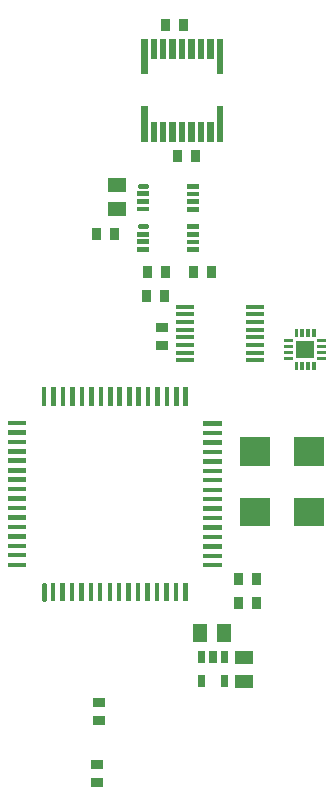
<source format=gbr>
G04 start of page 8 for group -4015 idx -4015
G04 Title: (unknown), toppaste *
G04 Creator: pcb 20080202 *
G04 CreationDate: Mon 07 Jul 2008 02:37:13 PM GMT UTC *
G04 For: sean *
G04 Format: Gerber/RS-274X *
G04 PCB-Dimensions: 130000 290000 *
G04 PCB-Coordinate-Origin: lower left *
%MOIN*%
%FSLAX24Y24*%
%LNFRONTPASTE*%
%ADD13C,0.0200*%
%ADD24R,0.0300X0.0300*%
%ADD25R,0.0945X0.0945*%
%ADD26R,0.0240X0.0240*%
%ADD27R,0.0450X0.0450*%
%ADD28R,0.0150X0.0150*%
%ADD29R,0.0110X0.0110*%
%ADD30R,0.0130X0.0130*%
%ADD31C,0.0150*%
%ADD32R,0.0216X0.0216*%
%ADD33R,0.0160X0.0160*%
%ADD34C,0.0160*%
G54D32*X6060Y25130D02*Y24165D01*
X6375Y24618D02*Y24165D01*
X6690Y24618D02*Y24165D01*
X7004Y24618D02*Y24165D01*
X7320Y24618D02*Y24165D01*
X7634Y24618D02*Y24165D01*
X7949Y24618D02*Y24165D01*
X8264Y24618D02*Y24165D01*
X8579Y25130D02*Y24165D01*
Y27393D02*Y26429D01*
X8264Y27393D02*Y26941D01*
X7949Y27393D02*Y26941D01*
X7634Y27393D02*Y26941D01*
X7320Y27393D02*Y26941D01*
X7004Y27393D02*Y26940D01*
X6690Y27393D02*Y26941D01*
X6375Y27393D02*Y26941D01*
X6060Y27393D02*Y26429D01*
G54D34*X5900Y22590D02*X6120D01*
G54D33*X5900Y22330D02*X6120D01*
X5900Y22080D02*X6120D01*
X5900Y21820D02*X6120D01*
X7570Y21810D02*X7790D01*
X7570Y22070D02*X7790D01*
X7570Y22320D02*X7790D01*
X7570Y22580D02*X7790D01*
G54D24*X7770Y23650D02*Y23550D01*
X7170Y23650D02*Y23550D01*
G54D30*X9521Y16774D02*X9981D01*
X9521Y17030D02*X9981D01*
X9521Y17286D02*X9981D01*
X9521Y17542D02*X9981D01*
X9521Y17797D02*X9981D01*
X9521Y18053D02*X9981D01*
X9521Y18309D02*X9981D01*
X9521Y18565D02*X9981D01*
X7198D02*X7658D01*
X7198Y18309D02*X7658D01*
X7198Y18053D02*X7658D01*
X7198Y17797D02*X7658D01*
X7198Y17542D02*X7658D01*
X7198Y17286D02*X7658D01*
X7198Y17030D02*X7658D01*
X7198Y16774D02*X7658D01*
G54D24*X6750Y19770D02*Y19670D01*
X6150Y19770D02*Y19670D01*
X4470Y21030D02*Y20930D01*
X5070Y21030D02*Y20930D01*
G54D27*X9320Y6870D02*X9460D01*
X9320Y6070D02*X9460D01*
G54D31*X2710Y9290D02*Y8830D01*
G54D28*X3020Y9290D02*Y8830D01*
X3330Y9290D02*Y8830D01*
X3650Y9290D02*Y8830D01*
X3960Y9290D02*Y8830D01*
X4280Y9290D02*Y8830D01*
X4590Y9290D02*Y8830D01*
X4910Y9290D02*Y8830D01*
X5220Y9290D02*Y8830D01*
X5540Y9290D02*Y8830D01*
X5850Y9290D02*Y8830D01*
X6170Y9290D02*Y8830D01*
X6480Y9290D02*Y8830D01*
X6800Y9290D02*Y8830D01*
X7110Y9290D02*Y8830D01*
X7430Y9290D02*Y8830D01*
X8100Y9950D02*X8560D01*
X8100Y10260D02*X8560D01*
X8100Y10570D02*X8560D01*
X8100Y10890D02*X8560D01*
X8100Y11200D02*X8560D01*
X8100Y11520D02*X8560D01*
X8100Y11830D02*X8560D01*
X8100Y12150D02*X8560D01*
X8100Y12460D02*X8560D01*
X8100Y12780D02*X8560D01*
X8100Y13090D02*X8560D01*
X8100Y13410D02*X8560D01*
X8100Y13720D02*X8560D01*
X8100Y14040D02*X8560D01*
X8100Y14350D02*X8560D01*
X8100Y14670D02*X8560D01*
X7440Y15800D02*Y15340D01*
X7130Y15800D02*Y15340D01*
X6820Y15800D02*Y15340D01*
X6500Y15800D02*Y15340D01*
X6190Y15800D02*Y15340D01*
X5870Y15800D02*Y15340D01*
X5560Y15800D02*Y15340D01*
X5240Y15800D02*Y15340D01*
X4930Y15800D02*Y15340D01*
X4610Y15800D02*Y15340D01*
X4300Y15800D02*Y15340D01*
X3980Y15800D02*Y15340D01*
X3670Y15800D02*Y15340D01*
X3350Y15800D02*Y15340D01*
X3040Y15800D02*Y15340D01*
X2720Y15800D02*Y15340D01*
X1590Y14680D02*X2050D01*
X1590Y14370D02*X2050D01*
X1590Y14060D02*X2050D01*
X1590Y13740D02*X2050D01*
X1590Y13430D02*X2050D01*
X1590Y13110D02*X2050D01*
X1590Y12800D02*X2050D01*
X1590Y12480D02*X2050D01*
X1590Y12170D02*X2050D01*
X1590Y11850D02*X2050D01*
X1590Y11540D02*X2050D01*
X1590Y11220D02*X2050D01*
X1590Y10910D02*X2050D01*
X1590Y10590D02*X2050D01*
X1590Y10280D02*X2050D01*
X1590Y9960D02*X2050D01*
G54D27*X8720Y7750D02*Y7610D01*
X7920Y7750D02*Y7610D01*
G54D26*X7960Y6980D02*Y6820D01*
X8350Y6980D02*Y6820D01*
X8740Y6980D02*Y6820D01*
Y6160D02*Y6000D01*
X7960Y6160D02*Y6000D01*
G54D27*X5090Y21820D02*X5230D01*
X5090Y22620D02*X5230D01*
G54D25*X9716Y11725D02*X9773D01*
X11506D02*X11563D01*
X9716Y13733D02*X9773D01*
X11506D02*X11563D01*
G54D34*X5900Y21240D02*X6120D01*
G54D33*X5900Y20980D02*X6120D01*
X5900Y20730D02*X6120D01*
X5900Y20470D02*X6120D01*
X7570Y20460D02*X7790D01*
X7570Y20720D02*X7790D01*
X7570Y20970D02*X7790D01*
X7570Y21230D02*X7790D01*
G54D24*X6720Y18980D02*Y18880D01*
X6120Y18980D02*Y18880D01*
X9800Y8750D02*Y8650D01*
X9200Y8750D02*Y8650D01*
X6590Y17260D02*X6690D01*
X6590Y17860D02*X6690D01*
X4490Y4760D02*X4590D01*
X4490Y5360D02*X4590D01*
X8310Y19780D02*Y19680D01*
X7710Y19780D02*Y19680D01*
X7370Y28000D02*Y27900D01*
X6770Y28000D02*Y27900D01*
X4420Y2710D02*X4520D01*
X4420Y3310D02*X4520D01*
G54D29*X10786Y17435D02*X10951D01*
X10786Y17238D02*X10951D01*
X10786Y17041D02*X10951D01*
X10786Y16844D02*X10951D01*
X11124Y16671D02*Y16506D01*
X11321Y16671D02*Y16506D01*
X11518Y16671D02*Y16506D01*
X11715Y16671D02*Y16506D01*
X11888Y16844D02*X12053D01*
X11888Y17041D02*X12053D01*
X11888Y17238D02*X12053D01*
X11888Y17435D02*X12053D01*
X11715Y17773D02*Y17608D01*
X11518Y17773D02*Y17608D01*
X11321Y17773D02*Y17608D01*
X11124Y17773D02*Y17608D01*
G54D13*G36*
Y17435D02*Y16844D01*
X11715D01*
Y17435D01*
X11124D01*
G37*
G54D24*X9800Y9550D02*Y9450D01*
X9200Y9550D02*Y9450D01*
M02*

</source>
